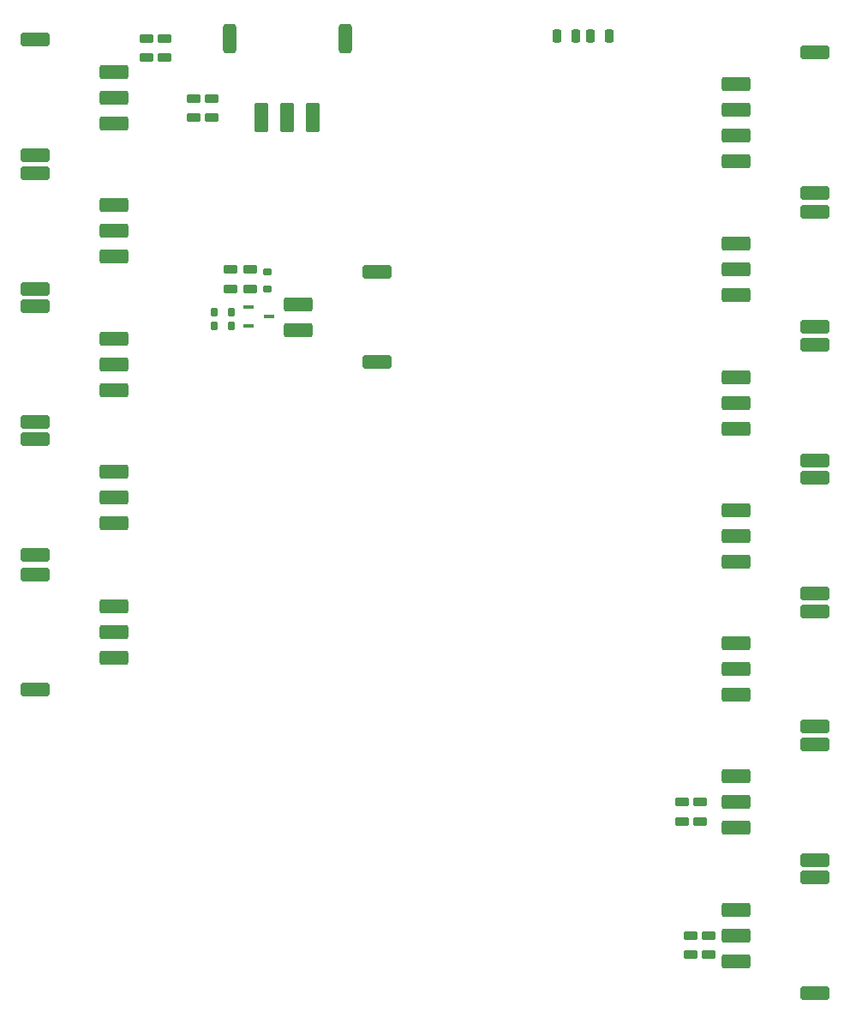
<source format=gbr>
%TF.GenerationSoftware,KiCad,Pcbnew,9.0.3*%
%TF.CreationDate,2025-07-13T22:15:26+07:00*%
%TF.ProjectId,Automative_Hexapod,4175746f-6d61-4746-9976-655f48657861,rev?*%
%TF.SameCoordinates,Original*%
%TF.FileFunction,Paste,Bot*%
%TF.FilePolarity,Positive*%
%FSLAX46Y46*%
G04 Gerber Fmt 4.6, Leading zero omitted, Abs format (unit mm)*
G04 Created by KiCad (PCBNEW 9.0.3) date 2025-07-13 22:15:26*
%MOMM*%
%LPD*%
G01*
G04 APERTURE LIST*
G04 Aperture macros list*
%AMRoundRect*
0 Rectangle with rounded corners*
0 $1 Rounding radius*
0 $2 $3 $4 $5 $6 $7 $8 $9 X,Y pos of 4 corners*
0 Add a 4 corners polygon primitive as box body*
4,1,4,$2,$3,$4,$5,$6,$7,$8,$9,$2,$3,0*
0 Add four circle primitives for the rounded corners*
1,1,$1+$1,$2,$3*
1,1,$1+$1,$4,$5*
1,1,$1+$1,$6,$7*
1,1,$1+$1,$8,$9*
0 Add four rect primitives between the rounded corners*
20,1,$1+$1,$2,$3,$4,$5,0*
20,1,$1+$1,$4,$5,$6,$7,0*
20,1,$1+$1,$6,$7,$8,$9,0*
20,1,$1+$1,$8,$9,$2,$3,0*%
G04 Aperture macros list end*
%ADD10RoundRect,0.224600X0.449600X-0.224600X0.449600X0.224600X-0.449600X0.224600X-0.449600X-0.224600X0*%
%ADD11RoundRect,0.279680X-1.169520X0.419520X-1.169520X-0.419520X1.169520X-0.419520X1.169520X0.419520X0*%
%ADD12RoundRect,0.259680X-1.189520X0.389520X-1.189520X-0.389520X1.189520X-0.389520X1.189520X0.389520X0*%
%ADD13RoundRect,0.279680X1.169520X-0.419520X1.169520X0.419520X-1.169520X0.419520X-1.169520X-0.419520X0*%
%ADD14RoundRect,0.259680X1.189520X-0.389520X1.189520X0.389520X-1.189520X0.389520X-1.189520X-0.389520X0*%
%ADD15RoundRect,0.174600X-0.249600X0.174600X-0.249600X-0.174600X0.249600X-0.174600X0.249600X0.174600X0*%
%ADD16RoundRect,0.224600X-0.449600X0.224600X-0.449600X-0.224600X0.449600X-0.224600X0.449600X0.224600X0*%
%ADD17R,1.066800X0.431800*%
%ADD18RoundRect,0.279680X-0.419520X-1.169520X0.419520X-1.169520X0.419520X1.169520X-0.419520X1.169520X0*%
%ADD19RoundRect,0.259680X-0.389520X-1.189520X0.389520X-1.189520X0.389520X1.189520X-0.389520X1.189520X0*%
%ADD20RoundRect,0.174600X-0.174600X-0.249600X0.174600X-0.249600X0.174600X0.249600X-0.174600X0.249600X0*%
%ADD21RoundRect,0.218350X-0.218350X-0.430850X0.218350X-0.430850X0.218350X0.430850X-0.218350X0.430850X0*%
%ADD22RoundRect,0.225219X-0.236481X-0.423981X0.236481X-0.423981X0.236481X0.423981X-0.236481X0.423981X0*%
G04 APERTURE END LIST*
D10*
%TO.C,C37*%
X119140000Y-125900000D03*
X119140000Y-124000000D03*
%TD*%
D11*
%TO.C,J7*%
X124475200Y-73950000D03*
X124475200Y-71410000D03*
X124475200Y-68870000D03*
D12*
X132275200Y-65710000D03*
X132275200Y-77110000D03*
%TD*%
D13*
%TO.C,J20*%
X62994600Y-51898400D03*
X62994600Y-54438400D03*
X62994600Y-56978400D03*
D14*
X55194600Y-60138400D03*
X55194600Y-48738400D03*
%TD*%
D11*
%TO.C,J11*%
X124475200Y-126540000D03*
X124475200Y-124000000D03*
X124475200Y-121460000D03*
D12*
X132275200Y-118300000D03*
X132275200Y-129700000D03*
%TD*%
D11*
%TO.C,J12*%
X124475200Y-139690000D03*
X124475200Y-137150000D03*
X124475200Y-134610000D03*
D12*
X132275200Y-131450000D03*
X132275200Y-142850000D03*
%TD*%
D15*
%TO.C,R40*%
X78187000Y-71668399D03*
X78187000Y-73318399D03*
%TD*%
D13*
%TO.C,J16*%
X62994600Y-104688400D03*
X62994600Y-107228400D03*
X62994600Y-109768400D03*
D14*
X55194600Y-112928400D03*
X55194600Y-101528400D03*
%TD*%
D13*
%TO.C,J18*%
X62994600Y-78218400D03*
X62994600Y-80758400D03*
X62994600Y-83298400D03*
D14*
X55194600Y-86458400D03*
X55194600Y-75058400D03*
%TD*%
D10*
%TO.C,C66*%
X72657000Y-56451400D03*
X72657000Y-54551400D03*
%TD*%
%TO.C,C42*%
X120880000Y-125900000D03*
X120880000Y-124000000D03*
%TD*%
D16*
%TO.C,C30*%
X76447000Y-71418399D03*
X76447000Y-73318399D03*
%TD*%
%TO.C,C55*%
X68000000Y-48610000D03*
X68000000Y-50510000D03*
%TD*%
D17*
%TO.C,Q3*%
X76327000Y-77020000D03*
X76327000Y-75119998D03*
X78359000Y-76069999D03*
%TD*%
D11*
%TO.C,J8*%
X124475200Y-87110000D03*
X124475200Y-84570000D03*
X124475200Y-82030000D03*
D12*
X132275200Y-78870000D03*
X132275200Y-90270000D03*
%TD*%
D11*
%TO.C,J6*%
X124485400Y-60706000D03*
X124485400Y-58166000D03*
X124485400Y-55626000D03*
X124485400Y-53086000D03*
D12*
X132285400Y-49946000D03*
X132285400Y-63846000D03*
%TD*%
D11*
%TO.C,J10*%
X124475200Y-113390000D03*
X124475200Y-110850000D03*
X124475200Y-108310000D03*
D12*
X132275200Y-105150000D03*
X132275200Y-116550000D03*
%TD*%
D10*
%TO.C,C47*%
X121767600Y-139050000D03*
X121767600Y-137150000D03*
%TD*%
D18*
%TO.C,J22*%
X82677000Y-56451400D03*
X80137000Y-56451400D03*
X77597000Y-56451400D03*
D19*
X74437000Y-48651400D03*
X85837000Y-48651400D03*
%TD*%
D16*
%TO.C,C60*%
X66260000Y-48610000D03*
X66260000Y-50510000D03*
%TD*%
D20*
%TO.C,R38*%
X72942000Y-77020000D03*
X74592000Y-77020000D03*
%TD*%
D16*
%TO.C,C29*%
X74497000Y-71418399D03*
X74497000Y-73318399D03*
%TD*%
D20*
%TO.C,R39*%
X72942000Y-75598399D03*
X74592000Y-75598399D03*
%TD*%
D10*
%TO.C,C43*%
X120017600Y-139050000D03*
X120017600Y-137150000D03*
%TD*%
D21*
%TO.C,D4*%
X110098500Y-48412400D03*
X111973500Y-48412400D03*
%TD*%
D11*
%TO.C,J5*%
X81215000Y-77380000D03*
X81215000Y-74840000D03*
D12*
X89015000Y-71660000D03*
X89015000Y-80560000D03*
%TD*%
D10*
%TO.C,C62*%
X70897000Y-56451400D03*
X70897000Y-54551400D03*
%TD*%
D13*
%TO.C,J17*%
X62994600Y-91358400D03*
X62994600Y-93898400D03*
X62994600Y-96438400D03*
D14*
X55194600Y-99598400D03*
X55194600Y-88198400D03*
%TD*%
D11*
%TO.C,J9*%
X124475200Y-100250000D03*
X124475200Y-97710000D03*
X124475200Y-95170000D03*
D12*
X132275200Y-92010000D03*
X132275200Y-103410000D03*
%TD*%
D13*
%TO.C,J19*%
X62994600Y-65068400D03*
X62994600Y-67608400D03*
X62994600Y-70148400D03*
D14*
X55194600Y-73308400D03*
X55194600Y-61908400D03*
%TD*%
D22*
%TO.C,R7*%
X106783500Y-48412400D03*
X108608500Y-48412400D03*
%TD*%
M02*

</source>
